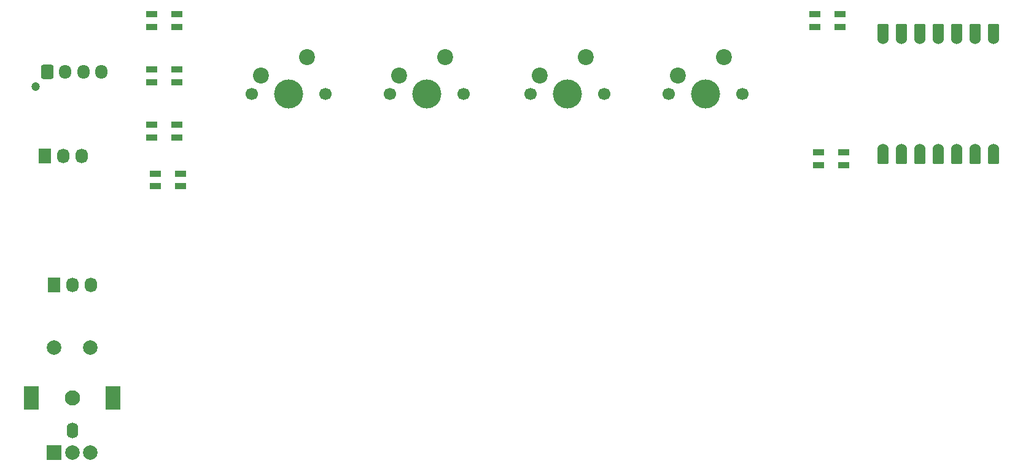
<source format=gbr>
%TF.GenerationSoftware,KiCad,Pcbnew,9.0.2*%
%TF.CreationDate,2025-11-21T15:49:55+05:30*%
%TF.ProjectId,Handpad,48616e64-7061-4642-9e6b-696361645f70,rev?*%
%TF.SameCoordinates,Original*%
%TF.FileFunction,Soldermask,Top*%
%TF.FilePolarity,Negative*%
%FSLAX46Y46*%
G04 Gerber Fmt 4.6, Leading zero omitted, Abs format (unit mm)*
G04 Created by KiCad (PCBNEW 9.0.2) date 2025-11-21 15:49:55*
%MOMM*%
%LPD*%
G01*
G04 APERTURE LIST*
G04 Aperture macros list*
%AMRoundRect*
0 Rectangle with rounded corners*
0 $1 Rounding radius*
0 $2 $3 $4 $5 $6 $7 $8 $9 X,Y pos of 4 corners*
0 Add a 4 corners polygon primitive as box body*
4,1,4,$2,$3,$4,$5,$6,$7,$8,$9,$2,$3,0*
0 Add four circle primitives for the rounded corners*
1,1,$1+$1,$2,$3*
1,1,$1+$1,$4,$5*
1,1,$1+$1,$6,$7*
1,1,$1+$1,$8,$9*
0 Add four rect primitives between the rounded corners*
20,1,$1+$1,$2,$3,$4,$5,0*
20,1,$1+$1,$4,$5,$6,$7,0*
20,1,$1+$1,$6,$7,$8,$9,0*
20,1,$1+$1,$8,$9,$2,$3,0*%
G04 Aperture macros list end*
%ADD10R,1.600000X0.850000*%
%ADD11O,1.600000X2.200000*%
%ADD12C,2.100000*%
%ADD13R,2.000000X2.000000*%
%ADD14C,2.000000*%
%ADD15R,2.000000X3.200000*%
%ADD16R,1.730000X2.030000*%
%ADD17O,1.730000X2.030000*%
%ADD18C,1.200000*%
%ADD19RoundRect,0.250000X-0.600000X-0.725000X0.600000X-0.725000X0.600000X0.725000X-0.600000X0.725000X0*%
%ADD20O,1.700000X1.950000*%
%ADD21C,1.700000*%
%ADD22C,4.000000*%
%ADD23C,2.200000*%
%ADD24RoundRect,0.152400X0.609600X-1.063600X0.609600X1.063600X-0.609600X1.063600X-0.609600X-1.063600X0*%
%ADD25C,1.524000*%
%ADD26RoundRect,0.152400X-0.609600X1.063600X-0.609600X-1.063600X0.609600X-1.063600X0.609600X1.063600X0*%
G04 APERTURE END LIST*
D10*
%TO.C,D3*%
X188750000Y-86755000D03*
X188750000Y-88505000D03*
X192250000Y-88505000D03*
X192250000Y-86755000D03*
%TD*%
D11*
%TO.C,SW3*%
X86360000Y-144200000D03*
D12*
X86360000Y-139700000D03*
D13*
X83860000Y-147200000D03*
D14*
X88860000Y-147200000D03*
X86360000Y-147200000D03*
D15*
X80760000Y-139700000D03*
X91960000Y-139700000D03*
D14*
X88860000Y-132700000D03*
X83860000Y-132700000D03*
%TD*%
D16*
%TO.C,J3*%
X82540000Y-106305000D03*
D17*
X85080000Y-106305000D03*
X87620000Y-106305000D03*
%TD*%
D18*
%TO.C,J1*%
X81280000Y-96725000D03*
D19*
X82880000Y-94725000D03*
D20*
X85380000Y-94725000D03*
X87880000Y-94725000D03*
X90380000Y-94725000D03*
%TD*%
D21*
%TO.C,SW4*%
X149550000Y-97790000D03*
D22*
X154630000Y-97790000D03*
D21*
X159710000Y-97790000D03*
D23*
X157170000Y-92710000D03*
X150820000Y-95250000D03*
%TD*%
D10*
%TO.C,D1*%
X97310000Y-86755000D03*
X97310000Y-88505000D03*
X100810000Y-88505000D03*
X100810000Y-86755000D03*
%TD*%
%TO.C,D2*%
X97790000Y-108740000D03*
X97790000Y-110490000D03*
X101290000Y-110490000D03*
X101290000Y-108740000D03*
%TD*%
%TO.C,D4*%
X189230000Y-105805000D03*
X189230000Y-107555000D03*
X192730000Y-107555000D03*
X192730000Y-105805000D03*
%TD*%
D21*
%TO.C,SW5*%
X130175000Y-97790000D03*
D22*
X135255000Y-97790000D03*
D21*
X140335000Y-97790000D03*
D23*
X137795000Y-92710000D03*
X131445000Y-95250000D03*
%TD*%
D16*
%TO.C,J2*%
X83810000Y-124085000D03*
D17*
X86350000Y-124085000D03*
X88890000Y-124085000D03*
%TD*%
D10*
%TO.C,D6*%
X97310000Y-94375000D03*
X97310000Y-96125000D03*
X100810000Y-96125000D03*
X100810000Y-94375000D03*
%TD*%
D21*
%TO.C,SW6*%
X111125000Y-97790000D03*
D22*
X116205000Y-97790000D03*
D21*
X121285000Y-97790000D03*
D23*
X118745000Y-92710000D03*
X112395000Y-95250000D03*
%TD*%
D24*
%TO.C,U1*%
X213360000Y-89335000D03*
D25*
X213360000Y-90170000D03*
D24*
X210820000Y-89335000D03*
D25*
X210820000Y-90170000D03*
D24*
X208280000Y-89335000D03*
D25*
X208280000Y-90170000D03*
D24*
X205740000Y-89335000D03*
D25*
X205740000Y-90170000D03*
D24*
X203200000Y-89335000D03*
D25*
X203200000Y-90170000D03*
D24*
X200660000Y-89335000D03*
D25*
X200660000Y-90170000D03*
D24*
X198120000Y-89335000D03*
D25*
X198120000Y-90170000D03*
X198120000Y-105410000D03*
D26*
X198120000Y-106245000D03*
D25*
X200660000Y-105410000D03*
D26*
X200660000Y-106245000D03*
D25*
X203200000Y-105410000D03*
D26*
X203200000Y-106245000D03*
D25*
X205740000Y-105410000D03*
D26*
X205740000Y-106245000D03*
D25*
X208280000Y-105410000D03*
D26*
X208280000Y-106245000D03*
D25*
X210820000Y-105410000D03*
D26*
X210820000Y-106245000D03*
D25*
X213360000Y-105410000D03*
D26*
X213360000Y-106245000D03*
%TD*%
D21*
%TO.C,SW1*%
X168600000Y-97790000D03*
D22*
X173680000Y-97790000D03*
D21*
X178760000Y-97790000D03*
D23*
X176220000Y-92710000D03*
X169870000Y-95250000D03*
%TD*%
D10*
%TO.C,D5*%
X97310000Y-101995000D03*
X97310000Y-103745000D03*
X100810000Y-103745000D03*
X100810000Y-101995000D03*
%TD*%
M02*

</source>
